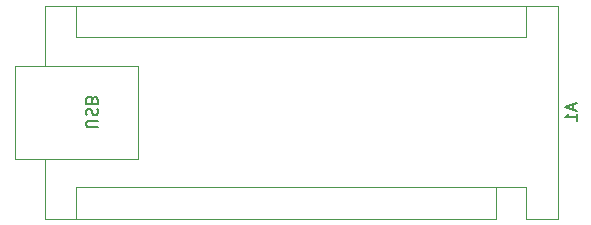
<source format=gbr>
%TF.GenerationSoftware,KiCad,Pcbnew,8.0.1*%
%TF.CreationDate,2024-06-25T20:54:33-05:00*%
%TF.ProjectId,nobs,6e6f6273-2e6b-4696-9361-645f70636258,rev?*%
%TF.SameCoordinates,Original*%
%TF.FileFunction,Legend,Bot*%
%TF.FilePolarity,Positive*%
%FSLAX46Y46*%
G04 Gerber Fmt 4.6, Leading zero omitted, Abs format (unit mm)*
G04 Created by KiCad (PCBNEW 8.0.1) date 2024-06-25 20:54:33*
%MOMM*%
%LPD*%
G01*
G04 APERTURE LIST*
%ADD10C,0.150000*%
%ADD11C,0.120000*%
G04 APERTURE END LIST*
D10*
X96689104Y-57705714D02*
X96689104Y-58181904D01*
X96974819Y-57610476D02*
X95974819Y-57943809D01*
X95974819Y-57943809D02*
X96974819Y-58277142D01*
X96974819Y-59134285D02*
X96974819Y-58562857D01*
X96974819Y-58848571D02*
X95974819Y-58848571D01*
X95974819Y-58848571D02*
X96117676Y-58753333D01*
X96117676Y-58753333D02*
X96212914Y-58658095D01*
X96212914Y-58658095D02*
X96260533Y-58562857D01*
X56425180Y-59681904D02*
X55615657Y-59681904D01*
X55615657Y-59681904D02*
X55520419Y-59634285D01*
X55520419Y-59634285D02*
X55472800Y-59586666D01*
X55472800Y-59586666D02*
X55425180Y-59491428D01*
X55425180Y-59491428D02*
X55425180Y-59300952D01*
X55425180Y-59300952D02*
X55472800Y-59205714D01*
X55472800Y-59205714D02*
X55520419Y-59158095D01*
X55520419Y-59158095D02*
X55615657Y-59110476D01*
X55615657Y-59110476D02*
X56425180Y-59110476D01*
X55472800Y-58681904D02*
X55425180Y-58539047D01*
X55425180Y-58539047D02*
X55425180Y-58300952D01*
X55425180Y-58300952D02*
X55472800Y-58205714D01*
X55472800Y-58205714D02*
X55520419Y-58158095D01*
X55520419Y-58158095D02*
X55615657Y-58110476D01*
X55615657Y-58110476D02*
X55710895Y-58110476D01*
X55710895Y-58110476D02*
X55806133Y-58158095D01*
X55806133Y-58158095D02*
X55853752Y-58205714D01*
X55853752Y-58205714D02*
X55901371Y-58300952D01*
X55901371Y-58300952D02*
X55948990Y-58491428D01*
X55948990Y-58491428D02*
X55996609Y-58586666D01*
X55996609Y-58586666D02*
X56044228Y-58634285D01*
X56044228Y-58634285D02*
X56139466Y-58681904D01*
X56139466Y-58681904D02*
X56234704Y-58681904D01*
X56234704Y-58681904D02*
X56329942Y-58634285D01*
X56329942Y-58634285D02*
X56377561Y-58586666D01*
X56377561Y-58586666D02*
X56425180Y-58491428D01*
X56425180Y-58491428D02*
X56425180Y-58253333D01*
X56425180Y-58253333D02*
X56377561Y-58110476D01*
X55948990Y-57348571D02*
X55901371Y-57205714D01*
X55901371Y-57205714D02*
X55853752Y-57158095D01*
X55853752Y-57158095D02*
X55758514Y-57110476D01*
X55758514Y-57110476D02*
X55615657Y-57110476D01*
X55615657Y-57110476D02*
X55520419Y-57158095D01*
X55520419Y-57158095D02*
X55472800Y-57205714D01*
X55472800Y-57205714D02*
X55425180Y-57300952D01*
X55425180Y-57300952D02*
X55425180Y-57681904D01*
X55425180Y-57681904D02*
X56425180Y-57681904D01*
X56425180Y-57681904D02*
X56425180Y-57348571D01*
X56425180Y-57348571D02*
X56377561Y-57253333D01*
X56377561Y-57253333D02*
X56329942Y-57205714D01*
X56329942Y-57205714D02*
X56234704Y-57158095D01*
X56234704Y-57158095D02*
X56139466Y-57158095D01*
X56139466Y-57158095D02*
X56044228Y-57205714D01*
X56044228Y-57205714D02*
X55996609Y-57253333D01*
X55996609Y-57253333D02*
X55948990Y-57348571D01*
X55948990Y-57348571D02*
X55948990Y-57681904D01*
D11*
%TO.C,A1*%
X92710000Y-67440000D02*
X95380000Y-67440000D01*
X51940000Y-67440000D02*
X90170000Y-67440000D01*
X51940000Y-62360000D02*
X51940000Y-67440000D01*
X92710000Y-67440000D02*
X92710000Y-64770000D01*
X90170000Y-67440000D02*
X90170000Y-64770000D01*
X92710000Y-64770000D02*
X90170000Y-64770000D01*
X54610000Y-64770000D02*
X90170000Y-64770000D01*
X54610000Y-67440000D02*
X54610000Y-64770000D01*
X59820000Y-54480000D02*
X59820000Y-62360000D01*
X59820000Y-62360000D02*
X49400000Y-62360000D01*
X49400000Y-54480000D02*
X59820000Y-54480000D01*
X49400000Y-62360000D02*
X49400000Y-54480000D01*
X54610000Y-52070000D02*
X92710000Y-52070000D01*
X92710000Y-49400000D02*
X92710000Y-52070000D01*
X54610000Y-49400000D02*
X54610000Y-52070000D01*
X95380000Y-67440000D02*
X95380000Y-49400000D01*
X51940000Y-54480000D02*
X51940000Y-49400000D01*
X95380000Y-49400000D02*
X51940000Y-49400000D01*
%TD*%
M02*

</source>
